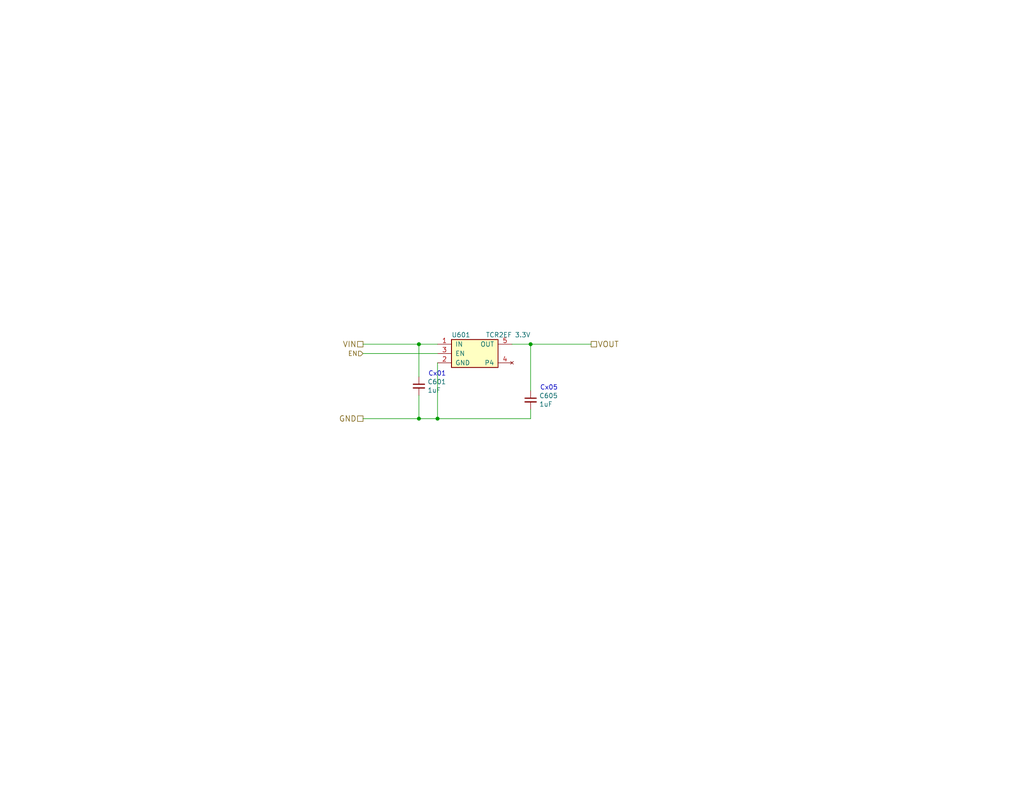
<source format=kicad_sch>
(kicad_sch (version 20230121) (generator eeschema)
  (paper "USLetter")
  (title_block (title "Rollercoasterometer") (date "2022-10-07") (company "Kwan Systems"))
  (lib_symbols
    (symbol "Device:C_Small" (pin_numbers hide) (pin_names (offset 0.254) hide)
      (property "Reference" "C" (at 0.254 1.778 0))
      (property "Value" "C_Small" (at 0.254 -2.032 0))
      (symbol "C_Small_0_1"
        (polyline (pts (xy -1.524 -0.508) (xy 1.524 -0.508)) (stroke (width 0.3302)))
        (polyline (pts (xy -1.524 0.508) (xy 1.524 0.508)) (stroke (width 0.3048)))
      )
      (symbol "C_Small_1_1"
        (pin passive line (at 0 2.54 270) (length 2.032) (name "~") (number "1"))
        (pin passive line (at 0 -2.54 90) (length 2.032) (name "~") (number "2"))
      )
    )
    (symbol "KwanSystems:ADP122" (pin_names (offset 1.016))
      (property "Reference" "U" (at -6.35 5.08 0))
      (property "Value" "ADP122" (at 15.24 5.08 0))
      (symbol "ADP122_0_1"
        (rectangle (start -6.35 3.81) (end 6.35 -3.81) (stroke (width 0.254)) (fill (type background)))
      )
      (symbol "ADP122_1_1"
        (pin power_in line (at -10.16 2.54 0) (length 3.81) (name "IN") (number "1"))
        (pin power_in line (at -10.16 -2.54 0) (length 3.81) (name "GND") (number "2"))
        (pin input line (at -10.16 0 0) (length 3.81) (name "EN") (number "3"))
        (pin no_connect line (at 10.16 -2.54 180) (length 3.81) (name "P4") (number "4"))
        (pin power_out line (at 10.16 2.54 180) (length 3.81) (name "OUT") (number "5"))
      )
    )
  )
  (junction (at 144.78 93.98))
  (junction (at 114.3 93.98))
  (junction (at 114.3 114.3))
  (junction (at 119.38 114.3))
  (wire (pts (xy 114.3 93.98) (xy 114.3 102.87)))
  (wire (pts (xy 99.06 114.3) (xy 114.3 114.3)))
  (wire (pts (xy 144.78 114.3) (xy 144.78 111.76)))
  (wire (pts (xy 119.38 99.06) (xy 119.38 114.3)))
  (wire (pts (xy 119.38 114.3) (xy 144.78 114.3)))
  (wire (pts (xy 114.3 93.98) (xy 119.38 93.98)))
  (wire (pts (xy 114.3 114.3) (xy 119.38 114.3)))
  (wire (pts (xy 99.06 93.98) (xy 114.3 93.98)))
  (wire (pts (xy 144.78 93.98) (xy 161.29 93.98)))
  (wire (pts (xy 99.06 96.52) (xy 119.38 96.52)))
  (wire (pts (xy 114.3 114.3) (xy 114.3 107.95)))
  (wire (pts (xy 144.78 93.98) (xy 139.7 93.98)))
  (wire (pts (xy 144.78 93.98) (xy 144.78 106.68)))
  (text "Cx01" (at 116.84 102.87 0) (effects (font (size 1.27 1.27)) (justify left bottom)))
  (text "Cx05" (at 147.32 106.68 0) (effects (font (size 1.27 1.27)) (justify left bottom)))
  (hierarchical_label "VOUT" (shape passive) (at 161.29 93.98 0) (effects (font (size 1.524 1.524))))
  (hierarchical_label "VIN" (shape passive) (at 99.06 93.98 180) (effects (font (size 1.524 1.524))))
  (hierarchical_label "GND" (shape passive) (at 99.06 114.3 180) (effects (font (size 1.524 1.524))))
  (hierarchical_label "EN" (shape input) (at 99.06 96.52 180))
  (symbol (lib_id "Device:C_Small") (at 114.3 105.41 0) (unit 1)
    (property "Reference" "C501" (at 116.6368 104.2416 0) (effects (justify left)))
    (property "Value" "1uF" (at 116.6368 106.553 0) (effects (justify left)))
    (property "Footprint" "Capacitor_SMD:C_0603_1608Metric" (effects hide))
    (property "Datasheet" "https://connect.kemet.com:7667/gateway/IntelliData-ComponentDocumentation/1.0/download/datasheet/C0603C105K4PACTU" (effects hide))
    (property "Digikey" "399-C0603C105K4PAC7411CT-ND" (effects hide))
    (property "Purpose" "1.8V Regulator Input" (effects hide))
    (property "Mouser" "80-C0603C105K4PAC" (effects hide))
    (property "Number on hand" "12" (effects hide))
    (property "Part Number" "C0603C105K4PAC" (effects hide))
    (instances (project "Precision23" (path "" (reference "C601") (unit 1))) (project "shipometer" (path "" (reference "C501") (unit 1))) (project "Naninator" (path "" (reference "C501") (unit 1))))
  )
  (symbol (lib_id "Device:C_Small") (at 144.78 109.22 0) (unit 1)
    (property "Reference" "C505" (at 147.1168 108.0516 0) (effects (justify left)))
    (property "Value" "1uF" (at 147.1168 110.363 0) (effects (justify left)))
    (property "Footprint" "Capacitor_SMD:C_0603_1608Metric" (effects hide))
    (property "Datasheet" "https://connect.kemet.com:7667/gateway/IntelliData-ComponentDocumentation/1.0/download/datasheet/C0603C105K4PACTU" (effects hide))
    (property "Digikey" "399-C0603C105K4PAC7411CT-ND" (effects hide))
    (property "Purpose" "1.8V Regulator output" (effects hide))
    (property "Dielectric" "X5R" (effects hide))
    (property "Max Voltage" "6.3V" (effects hide))
    (property "Precision" "10%" (effects hide))
    (property "Mouser" "80-C0603C105K4PAC" (effects hide))
    (property "Number on hand" "12" (effects hide))
    (property "Part Number" "C0603C105K4PAC" (effects hide))
    (instances (project "Precision23" (path "" (reference "C605") (unit 1))) (project "shipometer" (path "" (reference "C505") (unit 1))) (project "Naninator" (path "" (reference "C505") (unit 1))))
  )
  (symbol (lib_id "KwanSystems:ADP122") (at 129.54 96.52 0) (unit 1)
    (property "Reference" "U501" (at 123.19 91.44 0) (effects (justify left)))
    (property "Value" "TCR2EF 3.3V" (at 144.78 91.44 0) (effects (justify right)))
    (property "Footprint" "Package_TO_SOT_SMD:SOT-23-5" (effects hide))
    (property "Datasheet" "https://toshiba.semicon-storage.com/info/TCR2EF50_datasheet_en_20190620.pdf?did=13794&prodName=TCR2EF50" (effects hide))
    (property "Digikey" "TCR2EF33LM(CTCT-ND" (effects hide))
    (property "Purpose" "Regulator VUSB->3.3V" (effects hide))
    (property "Mouser" "998-MIC5317-3.3YD5TR" (effects hide))
    (property "Number on hand" "2" (effects hide))
    (property "Part Number" "MIC5317-3.3YD5-TR" (effects hide))
    (instances (project "Precision23" (path "" (reference "U601") (unit 1))) (project "shipometer" (path "" (reference "U501") (unit 1))) (project "Naninator" (path "" (reference "U501") (unit 1))))
  )
)
</source>
